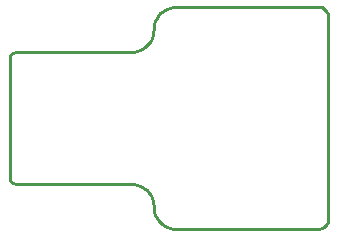
<source format=gm1>
G04*
G04 #@! TF.GenerationSoftware,Altium Limited,Altium Designer,21.0.9 (235)*
G04*
G04 Layer_Color=16711935*
%FSLAX25Y25*%
%MOIN*%
G70*
G04*
G04 #@! TF.SameCoordinates,681C86FF-A5D9-4EC2-8099-3749C4F56B9B*
G04*
G04*
G04 #@! TF.FilePolarity,Positive*
G04*
G01*
G75*
%ADD10C,0.01000*%
D10*
X40500Y59000D02*
X41479Y59064D01*
X42441Y59256D01*
X43370Y59571D01*
X44250Y60005D01*
X45066Y60550D01*
X45803Y61197D01*
X46450Y61934D01*
X46995Y62750D01*
X47429Y63630D01*
X47744Y64559D01*
X47936Y65521D01*
X48000Y66500D01*
X0Y17000D02*
X268Y16000D01*
X1000Y15268D01*
X2000Y15000D01*
Y59000D02*
X1000Y58732D01*
X268Y58000D01*
X0Y57000D01*
X55500Y74000D02*
X54521Y73936D01*
X53559Y73744D01*
X52630Y73429D01*
X51750Y72995D01*
X50934Y72450D01*
X50197Y71803D01*
X49550Y71066D01*
X49005Y70250D01*
X48571Y69370D01*
X48256Y68441D01*
X48064Y67479D01*
X48000Y66500D01*
Y7500D02*
X47936Y8479D01*
X47744Y9441D01*
X47429Y10370D01*
X46995Y11250D01*
X46450Y12066D01*
X45803Y12803D01*
X45066Y13450D01*
X44250Y13995D01*
X43370Y14429D01*
X42441Y14744D01*
X41479Y14936D01*
X40500Y15000D01*
X48000Y7500D02*
X48064Y6521D01*
X48256Y5559D01*
X48571Y4630D01*
X49005Y3750D01*
X49550Y2934D01*
X50197Y2197D01*
X50934Y1550D01*
X51750Y1005D01*
X52630Y571D01*
X53559Y256D01*
X54521Y64D01*
X55500Y0D01*
X103000Y0D02*
X103995Y158D01*
X104893Y615D01*
X105605Y1328D01*
X106063Y2225D01*
X106220Y3221D01*
Y70780D02*
X106063Y71775D01*
X105605Y72672D01*
X104893Y73385D01*
X103995Y73842D01*
X103000Y74000D01*
X2000Y59000D02*
X40500D01*
X0Y17000D02*
Y57000D01*
X2000Y15000D02*
X40500D01*
X55500Y74000D02*
X103000D01*
X55500Y0D02*
X103000D01*
X106220Y3221D02*
Y70780D01*
M02*

</source>
